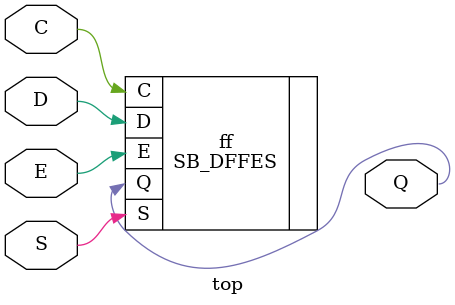
<source format=v>
module top (input C, D, E, S, output Q);
	SB_DFFES ff (.C(C), .D(D), .E(E), .S(S), .Q(Q));
endmodule

</source>
